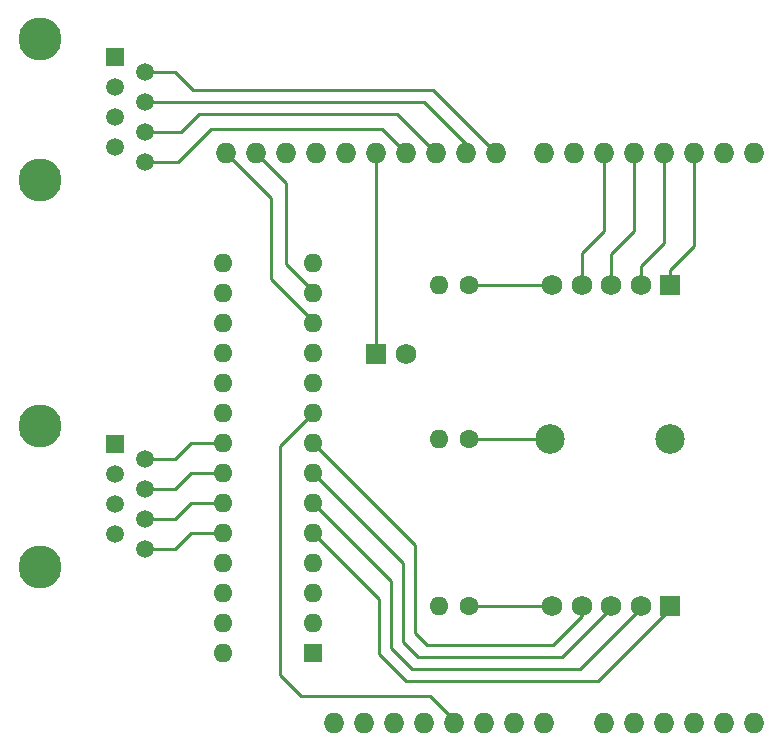
<source format=gtl>
G04 #@! TF.FileFunction,Copper,L1,Top,Signal*
%FSLAX46Y46*%
G04 Gerber Fmt 4.6, Leading zero omitted, Abs format (unit mm)*
G04 Created by KiCad (PCBNEW 4.0.7) date 09/23/18 17:07:03*
%MOMM*%
%LPD*%
G01*
G04 APERTURE LIST*
%ADD10C,0.100000*%
%ADD11O,1.727200X1.727200*%
%ADD12C,1.600000*%
%ADD13O,1.600000X1.600000*%
%ADD14R,1.750000X1.750000*%
%ADD15C,1.750000*%
%ADD16R,1.600000X1.600000*%
%ADD17C,2.499360*%
%ADD18C,3.650000*%
%ADD19R,1.500000X1.500000*%
%ADD20C,1.500000*%
%ADD21C,0.250000*%
G04 APERTURE END LIST*
D10*
D11*
X83820000Y-112776000D03*
X78740000Y-112776000D03*
X76200000Y-112776000D03*
X73660000Y-112776000D03*
X71120000Y-112776000D03*
X68580000Y-112776000D03*
X66040000Y-112776000D03*
X63500000Y-112776000D03*
X96520000Y-64516000D03*
X93980000Y-64516000D03*
X91440000Y-64516000D03*
X88900000Y-64516000D03*
X86360000Y-64516000D03*
X83820000Y-64516000D03*
X81280000Y-64516000D03*
X78740000Y-64516000D03*
X59436000Y-64516000D03*
X74676000Y-64516000D03*
X72136000Y-64516000D03*
X69596000Y-64516000D03*
X51816000Y-64516000D03*
X54356000Y-64516000D03*
X56896000Y-64516000D03*
X61976000Y-64516000D03*
X64516000Y-64516000D03*
X67056000Y-64516000D03*
X60960000Y-112776000D03*
X86360000Y-112776000D03*
X88900000Y-112776000D03*
X91440000Y-112776000D03*
X93980000Y-112776000D03*
X96520000Y-112776000D03*
D12*
X72390000Y-75692000D03*
D13*
X69850000Y-75692000D03*
D12*
X72390000Y-102870000D03*
D13*
X69850000Y-102870000D03*
D12*
X72390000Y-88773000D03*
D13*
X69850000Y-88773000D03*
D14*
X89408000Y-102870000D03*
D15*
X86908000Y-102870000D03*
X84408000Y-102870000D03*
X81908000Y-102870000D03*
X79408000Y-102870000D03*
D16*
X59182000Y-106870500D03*
D13*
X51562000Y-73850500D03*
X59182000Y-104330500D03*
X51562000Y-76390500D03*
X59182000Y-101790500D03*
X51562000Y-78930500D03*
X59182000Y-99250500D03*
X51562000Y-81470500D03*
X59182000Y-96710500D03*
X51562000Y-84010500D03*
X59182000Y-94170500D03*
X51562000Y-86550500D03*
X59182000Y-91630500D03*
X51562000Y-89090500D03*
X59182000Y-89090500D03*
X51562000Y-91630500D03*
X59182000Y-86550500D03*
X51562000Y-94170500D03*
X59182000Y-84010500D03*
X51562000Y-96710500D03*
X59182000Y-81470500D03*
X51562000Y-99250500D03*
X59182000Y-78930500D03*
X51562000Y-101790500D03*
X59182000Y-76390500D03*
X51562000Y-104330500D03*
X59182000Y-73850500D03*
X51562000Y-106870500D03*
D14*
X89408000Y-75692000D03*
D15*
X86908000Y-75692000D03*
X84408000Y-75692000D03*
X81908000Y-75692000D03*
X79408000Y-75692000D03*
D14*
X64516000Y-81534000D03*
D15*
X67016000Y-81534000D03*
D17*
X79248000Y-88773000D03*
X89408000Y-88773000D03*
D18*
X36068000Y-66768000D03*
X36068000Y-54898000D03*
D19*
X42418000Y-56388000D03*
D20*
X44958000Y-57658000D03*
X42418000Y-58928000D03*
X44958000Y-60198000D03*
X42418000Y-61468000D03*
X44958000Y-62738000D03*
X42418000Y-64008000D03*
X44958000Y-65278000D03*
D18*
X36068000Y-99534000D03*
X36068000Y-87664000D03*
D19*
X42418000Y-89154000D03*
D20*
X44958000Y-90424000D03*
X42418000Y-91694000D03*
X44958000Y-92964000D03*
X42418000Y-94234000D03*
X44958000Y-95504000D03*
X42418000Y-96774000D03*
X44958000Y-98044000D03*
D21*
X72390000Y-75692000D02*
X79408000Y-75692000D01*
X72390000Y-102870000D02*
X79408000Y-102870000D01*
X72390000Y-88773000D02*
X79248000Y-88773000D01*
X71120000Y-112776000D02*
X71120000Y-112522000D01*
X71120000Y-112522000D02*
X69088000Y-110490000D01*
X69088000Y-110490000D02*
X58166000Y-110490000D01*
X58166000Y-110490000D02*
X56388000Y-108712000D01*
X56388000Y-108712000D02*
X56388000Y-89344500D01*
X56388000Y-89344500D02*
X59182000Y-86550500D01*
X89408000Y-75692000D02*
X89408000Y-74422000D01*
X91440000Y-72390000D02*
X91440000Y-64516000D01*
X89408000Y-74422000D02*
X91440000Y-72390000D01*
X86908000Y-75692000D02*
X86908000Y-74128000D01*
X88900000Y-72136000D02*
X88900000Y-64516000D01*
X86908000Y-74128000D02*
X88900000Y-72136000D01*
X84408000Y-75692000D02*
X84408000Y-73072000D01*
X86360000Y-71120000D02*
X86360000Y-64516000D01*
X84408000Y-73072000D02*
X86360000Y-71120000D01*
X81908000Y-75692000D02*
X81908000Y-73032000D01*
X83820000Y-71120000D02*
X83820000Y-64516000D01*
X81908000Y-73032000D02*
X83820000Y-71120000D01*
X44958000Y-57658000D02*
X47498000Y-57658000D01*
X69342000Y-59182000D02*
X74676000Y-64516000D01*
X49022000Y-59182000D02*
X69342000Y-59182000D01*
X47498000Y-57658000D02*
X49022000Y-59182000D01*
X44958000Y-60198000D02*
X48514000Y-60198000D01*
X68580000Y-60198000D02*
X72136000Y-63754000D01*
X48514000Y-60198000D02*
X68580000Y-60198000D01*
X72136000Y-63754000D02*
X72136000Y-64516000D01*
X44958000Y-62738000D02*
X48006000Y-62738000D01*
X66294000Y-61214000D02*
X69596000Y-64516000D01*
X49530000Y-61214000D02*
X66294000Y-61214000D01*
X48006000Y-62738000D02*
X49530000Y-61214000D01*
X59182000Y-78930500D02*
X59182000Y-78740000D01*
X59182000Y-78740000D02*
X55626000Y-75184000D01*
X55626000Y-75184000D02*
X55626000Y-68326000D01*
X55626000Y-68326000D02*
X51816000Y-64516000D01*
X59182000Y-76390500D02*
X59182000Y-76200000D01*
X59182000Y-76200000D02*
X56896000Y-73914000D01*
X56896000Y-73914000D02*
X56896000Y-67056000D01*
X56896000Y-67056000D02*
X54356000Y-64516000D01*
X64516000Y-64516000D02*
X64516000Y-81534000D01*
X44958000Y-65278000D02*
X47752000Y-65278000D01*
X65024000Y-62484000D02*
X67056000Y-64516000D01*
X50546000Y-62484000D02*
X65024000Y-62484000D01*
X47752000Y-65278000D02*
X50546000Y-62484000D01*
X44958000Y-98044000D02*
X47498000Y-98044000D01*
X48831500Y-96710500D02*
X51562000Y-96710500D01*
X47498000Y-98044000D02*
X48831500Y-96710500D01*
X44958000Y-95504000D02*
X47498000Y-95504000D01*
X48831500Y-94170500D02*
X51562000Y-94170500D01*
X47498000Y-95504000D02*
X48831500Y-94170500D01*
X44958000Y-92964000D02*
X47498000Y-92964000D01*
X48831500Y-91630500D02*
X51562000Y-91630500D01*
X47498000Y-92964000D02*
X48831500Y-91630500D01*
X44958000Y-90424000D02*
X47498000Y-90424000D01*
X48831500Y-89090500D02*
X51562000Y-89090500D01*
X47498000Y-90424000D02*
X48831500Y-89090500D01*
X89408000Y-102870000D02*
X89408000Y-103124000D01*
X89408000Y-103124000D02*
X83312000Y-109220000D01*
X83312000Y-109220000D02*
X67056000Y-109220000D01*
X67056000Y-109220000D02*
X64770000Y-106934000D01*
X64770000Y-106934000D02*
X64770000Y-102298500D01*
X64770000Y-102298500D02*
X59182000Y-96710500D01*
X86908000Y-102870000D02*
X86908000Y-103084000D01*
X86908000Y-103084000D02*
X81788000Y-108204000D01*
X81788000Y-108204000D02*
X67564000Y-108204000D01*
X67564000Y-108204000D02*
X65786000Y-106426000D01*
X65786000Y-106426000D02*
X65786000Y-100774500D01*
X65786000Y-100774500D02*
X59182000Y-94170500D01*
X84408000Y-102870000D02*
X84408000Y-103044000D01*
X84408000Y-103044000D02*
X80264000Y-107188000D01*
X80264000Y-107188000D02*
X68072000Y-107188000D01*
X68072000Y-107188000D02*
X66802000Y-105918000D01*
X66802000Y-105918000D02*
X66802000Y-99250500D01*
X66802000Y-99250500D02*
X59182000Y-91630500D01*
X81908000Y-102870000D02*
X81908000Y-103766000D01*
X67818000Y-97726500D02*
X59182000Y-89090500D01*
X67818000Y-105156000D02*
X67818000Y-97726500D01*
X68834000Y-106172000D02*
X67818000Y-105156000D01*
X79502000Y-106172000D02*
X68834000Y-106172000D01*
X81908000Y-103766000D02*
X79502000Y-106172000D01*
M02*

</source>
